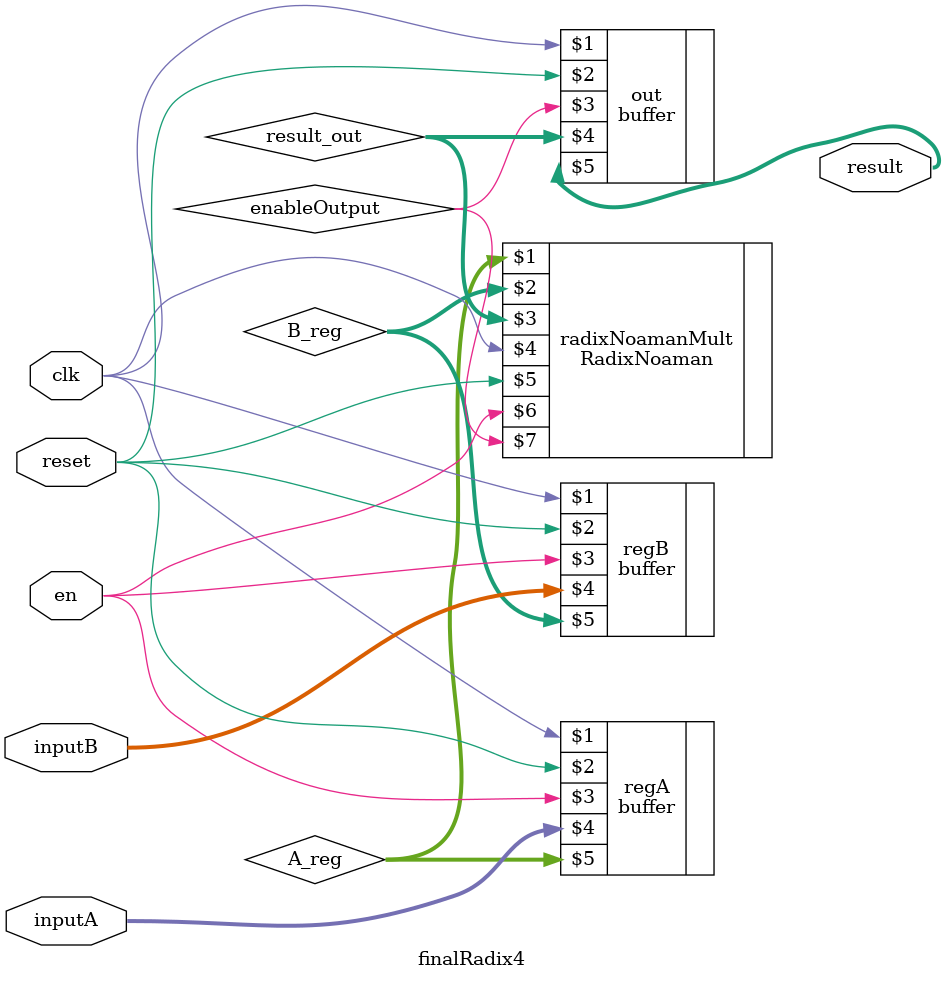
<source format=v>
module finalRadix4 (input [31:0]inputA,input[31:0]inputB,input clk, input reset, input en, output[63:0]result);
wire [31:0] A_reg;
wire [31:0] B_reg;
wire [63:0] result_out;
wire enableOutput;
buffer #(32) regA(clk, reset, en, inputA, A_reg);
buffer #(32) regB(clk, reset, en, inputB, B_reg);
RadixNoaman radixNoamanMult(A_reg, B_reg,result_out, clk, reset, en, enableOutput);
buffer #(64) out(clk, reset, enableOutput, result_out, result);
endmodule

</source>
